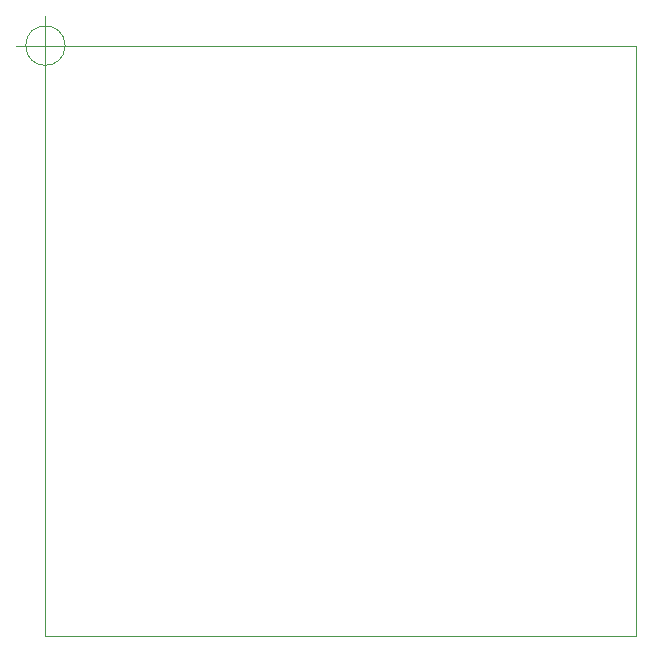
<source format=gbr>
%TF.GenerationSoftware,KiCad,Pcbnew,5.1.9-73d0e3b20d~88~ubuntu18.04.1*%
%TF.CreationDate,2021-01-03T17:48:49+01:00*%
%TF.ProjectId,ss_fp_87dc3_bridgeboard,73735f66-705f-4383-9764-63335f627269,r0.1*%
%TF.SameCoordinates,PX5f5e100PY2faf080*%
%TF.FileFunction,Profile,NP*%
%FSLAX46Y46*%
G04 Gerber Fmt 4.6, Leading zero omitted, Abs format (unit mm)*
G04 Created by KiCad (PCBNEW 5.1.9-73d0e3b20d~88~ubuntu18.04.1) date 2021-01-03 17:48:49*
%MOMM*%
%LPD*%
G01*
G04 APERTURE LIST*
%TA.AperFunction,Profile*%
%ADD10C,0.050000*%
%TD*%
G04 APERTURE END LIST*
D10*
X0Y-50000000D02*
X0Y0D01*
X50000000Y-50000000D02*
X0Y-50000000D01*
X50000000Y0D02*
X50000000Y-50000000D01*
X0Y0D02*
X50000000Y0D01*
X1666666Y0D02*
G75*
G03*
X1666666Y0I-1666666J0D01*
G01*
X-2500000Y0D02*
X2500000Y0D01*
X0Y2500000D02*
X0Y-2500000D01*
M02*

</source>
